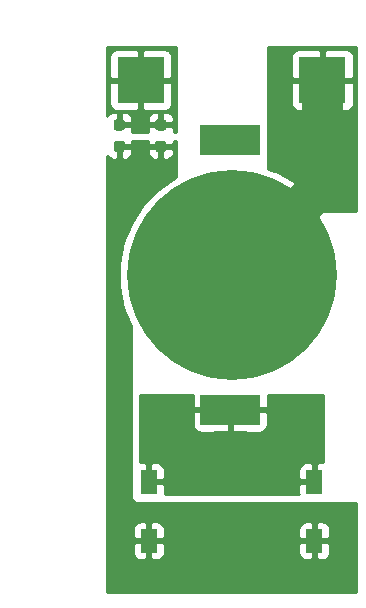
<source format=gbr>
%TF.GenerationSoftware,KiCad,Pcbnew,5.1.8*%
%TF.CreationDate,2020-11-14T09:21:32-05:00*%
%TF.ProjectId,card_lights,63617264-5f6c-4696-9768-74732e6b6963,rev?*%
%TF.SameCoordinates,PX7d80e80PY4491b60*%
%TF.FileFunction,Copper,L1,Top*%
%TF.FilePolarity,Positive*%
%FSLAX46Y46*%
G04 Gerber Fmt 4.6, Leading zero omitted, Abs format (unit mm)*
G04 Created by KiCad (PCBNEW 5.1.8) date 2020-11-14 09:21:32*
%MOMM*%
%LPD*%
G01*
G04 APERTURE LIST*
%TA.AperFunction,SMDPad,CuDef*%
%ADD10R,5.080000X2.540000*%
%TD*%
%TA.AperFunction,SMDPad,CuDef*%
%ADD11C,17.780001*%
%TD*%
%TA.AperFunction,SMDPad,CuDef*%
%ADD12R,1.400000X2.000000*%
%TD*%
%TA.AperFunction,SMDPad,CuDef*%
%ADD13R,4.000000X4.000000*%
%TD*%
%TA.AperFunction,Conductor*%
%ADD14C,3.500000*%
%TD*%
%TA.AperFunction,Conductor*%
%ADD15C,1.000000*%
%TD*%
%TA.AperFunction,Conductor*%
%ADD16C,0.254000*%
%TD*%
%TA.AperFunction,Conductor*%
%ADD17C,0.100000*%
%TD*%
G04 APERTURE END LIST*
D10*
%TO.P,BT1,1*%
%TO.N,Net-(BT1-Pad1)*%
X-12327000Y-32430000D03*
%TO.P,BT1,3*%
%TO.N,N/C*%
X-12327000Y-9570000D03*
D11*
%TO.P,BT1,2*%
%TO.N,GND*%
X-12200000Y-21000000D03*
%TD*%
%TO.P,R1,1*%
%TO.N,Net-(R1-Pad1)*%
%TA.AperFunction,SMDPad,CuDef*%
G36*
G01*
X-18437500Y-7800000D02*
X-17962500Y-7800000D01*
G75*
G02*
X-17725000Y-8037500I0J-237500D01*
G01*
X-17725000Y-8537500D01*
G75*
G02*
X-17962500Y-8775000I-237500J0D01*
G01*
X-18437500Y-8775000D01*
G75*
G02*
X-18675000Y-8537500I0J237500D01*
G01*
X-18675000Y-8037500D01*
G75*
G02*
X-18437500Y-7800000I237500J0D01*
G01*
G37*
%TD.AperFunction*%
%TO.P,R1,2*%
%TO.N,Net-(R1-Pad2)*%
%TA.AperFunction,SMDPad,CuDef*%
G36*
G01*
X-18437500Y-9625000D02*
X-17962500Y-9625000D01*
G75*
G02*
X-17725000Y-9862500I0J-237500D01*
G01*
X-17725000Y-10362500D01*
G75*
G02*
X-17962500Y-10600000I-237500J0D01*
G01*
X-18437500Y-10600000D01*
G75*
G02*
X-18675000Y-10362500I0J237500D01*
G01*
X-18675000Y-9862500D01*
G75*
G02*
X-18437500Y-9625000I237500J0D01*
G01*
G37*
%TD.AperFunction*%
%TD*%
%TO.P,R2,2*%
%TO.N,Net-(R1-Pad2)*%
%TA.AperFunction,SMDPad,CuDef*%
G36*
G01*
X-21937500Y-9625000D02*
X-21462500Y-9625000D01*
G75*
G02*
X-21225000Y-9862500I0J-237500D01*
G01*
X-21225000Y-10362500D01*
G75*
G02*
X-21462500Y-10600000I-237500J0D01*
G01*
X-21937500Y-10600000D01*
G75*
G02*
X-22175000Y-10362500I0J237500D01*
G01*
X-22175000Y-9862500D01*
G75*
G02*
X-21937500Y-9625000I237500J0D01*
G01*
G37*
%TD.AperFunction*%
%TO.P,R2,1*%
%TO.N,Net-(R1-Pad1)*%
%TA.AperFunction,SMDPad,CuDef*%
G36*
G01*
X-21937500Y-7800000D02*
X-21462500Y-7800000D01*
G75*
G02*
X-21225000Y-8037500I0J-237500D01*
G01*
X-21225000Y-8537500D01*
G75*
G02*
X-21462500Y-8775000I-237500J0D01*
G01*
X-21937500Y-8775000D01*
G75*
G02*
X-22175000Y-8537500I0J237500D01*
G01*
X-22175000Y-8037500D01*
G75*
G02*
X-21937500Y-7800000I237500J0D01*
G01*
G37*
%TD.AperFunction*%
%TD*%
D12*
%TO.P,SW1,1*%
%TO.N,Net-(BT1-Pad1)*%
X-19200000Y-38500000D03*
X-5200000Y-38500000D03*
%TO.P,SW1,2*%
%TO.N,Net-(R1-Pad2)*%
X-5200000Y-43500000D03*
X-19200000Y-43500000D03*
%TD*%
D13*
%TO.P,TP1,1*%
%TO.N,Net-(R1-Pad1)*%
X-19900000Y-4500000D03*
%TD*%
%TO.P,TP2,1*%
%TO.N,GND*%
X-4500000Y-4500000D03*
%TD*%
D14*
%TO.N,GND*%
X-4500000Y-13300000D02*
X-12200000Y-21000000D01*
X-4500000Y-4500000D02*
X-4500000Y-13300000D01*
D15*
%TO.N,Net-(R1-Pad1)*%
X-19600000Y-4200000D02*
X-19900000Y-4500000D01*
%TD*%
D16*
%TO.N,Net-(BT1-Pad1)*%
X-15505072Y-31160000D02*
X-15502000Y-32144250D01*
X-15343250Y-32303000D01*
X-12454000Y-32303000D01*
X-12454000Y-32283000D01*
X-12200000Y-32283000D01*
X-12200000Y-32303000D01*
X-9310750Y-32303000D01*
X-9152000Y-32144250D01*
X-9148928Y-31160000D01*
X-9152178Y-31127000D01*
X-4427000Y-31127000D01*
X-4427000Y-36869118D01*
X-4500000Y-36861928D01*
X-4914250Y-36865000D01*
X-5073000Y-37023750D01*
X-5073000Y-38373000D01*
X-5053000Y-38373000D01*
X-5053000Y-38627000D01*
X-5073000Y-38627000D01*
X-5073000Y-38647000D01*
X-5327000Y-38647000D01*
X-5327000Y-38627000D01*
X-6376250Y-38627000D01*
X-6535000Y-38785750D01*
X-6538072Y-39500000D01*
X-6530882Y-39573000D01*
X-17869118Y-39573000D01*
X-17861928Y-39500000D01*
X-17865000Y-38785750D01*
X-18023750Y-38627000D01*
X-19073000Y-38627000D01*
X-19073000Y-38647000D01*
X-19327000Y-38647000D01*
X-19327000Y-38627000D01*
X-19347000Y-38627000D01*
X-19347000Y-38373000D01*
X-19327000Y-38373000D01*
X-19327000Y-37023750D01*
X-19073000Y-37023750D01*
X-19073000Y-38373000D01*
X-18023750Y-38373000D01*
X-17865000Y-38214250D01*
X-17861928Y-37500000D01*
X-6538072Y-37500000D01*
X-6535000Y-38214250D01*
X-6376250Y-38373000D01*
X-5327000Y-38373000D01*
X-5327000Y-37023750D01*
X-5485750Y-36865000D01*
X-5900000Y-36861928D01*
X-6024482Y-36874188D01*
X-6144180Y-36910498D01*
X-6254494Y-36969463D01*
X-6351185Y-37048815D01*
X-6430537Y-37145506D01*
X-6489502Y-37255820D01*
X-6525812Y-37375518D01*
X-6538072Y-37500000D01*
X-17861928Y-37500000D01*
X-17874188Y-37375518D01*
X-17910498Y-37255820D01*
X-17969463Y-37145506D01*
X-18048815Y-37048815D01*
X-18145506Y-36969463D01*
X-18255820Y-36910498D01*
X-18375518Y-36874188D01*
X-18500000Y-36861928D01*
X-18914250Y-36865000D01*
X-19073000Y-37023750D01*
X-19327000Y-37023750D01*
X-19485750Y-36865000D01*
X-19900000Y-36861928D01*
X-19973000Y-36869118D01*
X-19973000Y-33700000D01*
X-15505072Y-33700000D01*
X-15492812Y-33824482D01*
X-15456502Y-33944180D01*
X-15397537Y-34054494D01*
X-15318185Y-34151185D01*
X-15221494Y-34230537D01*
X-15111180Y-34289502D01*
X-14991482Y-34325812D01*
X-14867000Y-34338072D01*
X-12612750Y-34335000D01*
X-12454000Y-34176250D01*
X-12454000Y-32557000D01*
X-12200000Y-32557000D01*
X-12200000Y-34176250D01*
X-12041250Y-34335000D01*
X-9787000Y-34338072D01*
X-9662518Y-34325812D01*
X-9542820Y-34289502D01*
X-9432506Y-34230537D01*
X-9335815Y-34151185D01*
X-9256463Y-34054494D01*
X-9197498Y-33944180D01*
X-9161188Y-33824482D01*
X-9148928Y-33700000D01*
X-9152000Y-32715750D01*
X-9310750Y-32557000D01*
X-12200000Y-32557000D01*
X-12454000Y-32557000D01*
X-15343250Y-32557000D01*
X-15502000Y-32715750D01*
X-15505072Y-33700000D01*
X-19973000Y-33700000D01*
X-19973000Y-31127000D01*
X-15501822Y-31127000D01*
X-15505072Y-31160000D01*
%TA.AperFunction,Conductor*%
D17*
G36*
X-15505072Y-31160000D02*
G01*
X-15502000Y-32144250D01*
X-15343250Y-32303000D01*
X-12454000Y-32303000D01*
X-12454000Y-32283000D01*
X-12200000Y-32283000D01*
X-12200000Y-32303000D01*
X-9310750Y-32303000D01*
X-9152000Y-32144250D01*
X-9148928Y-31160000D01*
X-9152178Y-31127000D01*
X-4427000Y-31127000D01*
X-4427000Y-36869118D01*
X-4500000Y-36861928D01*
X-4914250Y-36865000D01*
X-5073000Y-37023750D01*
X-5073000Y-38373000D01*
X-5053000Y-38373000D01*
X-5053000Y-38627000D01*
X-5073000Y-38627000D01*
X-5073000Y-38647000D01*
X-5327000Y-38647000D01*
X-5327000Y-38627000D01*
X-6376250Y-38627000D01*
X-6535000Y-38785750D01*
X-6538072Y-39500000D01*
X-6530882Y-39573000D01*
X-17869118Y-39573000D01*
X-17861928Y-39500000D01*
X-17865000Y-38785750D01*
X-18023750Y-38627000D01*
X-19073000Y-38627000D01*
X-19073000Y-38647000D01*
X-19327000Y-38647000D01*
X-19327000Y-38627000D01*
X-19347000Y-38627000D01*
X-19347000Y-38373000D01*
X-19327000Y-38373000D01*
X-19327000Y-37023750D01*
X-19073000Y-37023750D01*
X-19073000Y-38373000D01*
X-18023750Y-38373000D01*
X-17865000Y-38214250D01*
X-17861928Y-37500000D01*
X-6538072Y-37500000D01*
X-6535000Y-38214250D01*
X-6376250Y-38373000D01*
X-5327000Y-38373000D01*
X-5327000Y-37023750D01*
X-5485750Y-36865000D01*
X-5900000Y-36861928D01*
X-6024482Y-36874188D01*
X-6144180Y-36910498D01*
X-6254494Y-36969463D01*
X-6351185Y-37048815D01*
X-6430537Y-37145506D01*
X-6489502Y-37255820D01*
X-6525812Y-37375518D01*
X-6538072Y-37500000D01*
X-17861928Y-37500000D01*
X-17874188Y-37375518D01*
X-17910498Y-37255820D01*
X-17969463Y-37145506D01*
X-18048815Y-37048815D01*
X-18145506Y-36969463D01*
X-18255820Y-36910498D01*
X-18375518Y-36874188D01*
X-18500000Y-36861928D01*
X-18914250Y-36865000D01*
X-19073000Y-37023750D01*
X-19327000Y-37023750D01*
X-19485750Y-36865000D01*
X-19900000Y-36861928D01*
X-19973000Y-36869118D01*
X-19973000Y-33700000D01*
X-15505072Y-33700000D01*
X-15492812Y-33824482D01*
X-15456502Y-33944180D01*
X-15397537Y-34054494D01*
X-15318185Y-34151185D01*
X-15221494Y-34230537D01*
X-15111180Y-34289502D01*
X-14991482Y-34325812D01*
X-14867000Y-34338072D01*
X-12612750Y-34335000D01*
X-12454000Y-34176250D01*
X-12454000Y-32557000D01*
X-12200000Y-32557000D01*
X-12200000Y-34176250D01*
X-12041250Y-34335000D01*
X-9787000Y-34338072D01*
X-9662518Y-34325812D01*
X-9542820Y-34289502D01*
X-9432506Y-34230537D01*
X-9335815Y-34151185D01*
X-9256463Y-34054494D01*
X-9197498Y-33944180D01*
X-9161188Y-33824482D01*
X-9148928Y-33700000D01*
X-9152000Y-32715750D01*
X-9310750Y-32557000D01*
X-12200000Y-32557000D01*
X-12454000Y-32557000D01*
X-15343250Y-32557000D01*
X-15502000Y-32715750D01*
X-15505072Y-33700000D01*
X-19973000Y-33700000D01*
X-19973000Y-31127000D01*
X-15501822Y-31127000D01*
X-15505072Y-31160000D01*
G37*
%TD.AperFunction*%
%TD*%
D16*
%TO.N,Net-(R1-Pad1)*%
X-16927000Y-8873000D02*
X-17096580Y-8873000D01*
X-17086928Y-8775000D01*
X-17090000Y-8573250D01*
X-17248750Y-8414500D01*
X-18073000Y-8414500D01*
X-18073000Y-8434500D01*
X-18327000Y-8434500D01*
X-18327000Y-8414500D01*
X-19151250Y-8414500D01*
X-19310000Y-8573250D01*
X-19313072Y-8775000D01*
X-19303420Y-8873000D01*
X-20596580Y-8873000D01*
X-20586928Y-8775000D01*
X-20590000Y-8573250D01*
X-20748750Y-8414500D01*
X-21573000Y-8414500D01*
X-21573000Y-8434500D01*
X-21827000Y-8434500D01*
X-21827000Y-8414500D01*
X-21847000Y-8414500D01*
X-21847000Y-8160500D01*
X-21827000Y-8160500D01*
X-21827000Y-7323750D01*
X-21573000Y-7323750D01*
X-21573000Y-8160500D01*
X-20748750Y-8160500D01*
X-20590000Y-8001750D01*
X-20586928Y-7800000D01*
X-19313072Y-7800000D01*
X-19310000Y-8001750D01*
X-19151250Y-8160500D01*
X-18327000Y-8160500D01*
X-18327000Y-7323750D01*
X-18073000Y-7323750D01*
X-18073000Y-8160500D01*
X-17248750Y-8160500D01*
X-17090000Y-8001750D01*
X-17086928Y-7800000D01*
X-17099188Y-7675518D01*
X-17135498Y-7555820D01*
X-17194463Y-7445506D01*
X-17273815Y-7348815D01*
X-17370506Y-7269463D01*
X-17480820Y-7210498D01*
X-17600518Y-7174188D01*
X-17725000Y-7161928D01*
X-17914250Y-7165000D01*
X-18073000Y-7323750D01*
X-18327000Y-7323750D01*
X-18485750Y-7165000D01*
X-18675000Y-7161928D01*
X-18799482Y-7174188D01*
X-18919180Y-7210498D01*
X-19029494Y-7269463D01*
X-19126185Y-7348815D01*
X-19205537Y-7445506D01*
X-19264502Y-7555820D01*
X-19300812Y-7675518D01*
X-19313072Y-7800000D01*
X-20586928Y-7800000D01*
X-20599188Y-7675518D01*
X-20635498Y-7555820D01*
X-20694463Y-7445506D01*
X-20773815Y-7348815D01*
X-20870506Y-7269463D01*
X-20980820Y-7210498D01*
X-21100518Y-7174188D01*
X-21225000Y-7161928D01*
X-21414250Y-7165000D01*
X-21573000Y-7323750D01*
X-21827000Y-7323750D01*
X-21985750Y-7165000D01*
X-22175000Y-7161928D01*
X-22299482Y-7174188D01*
X-22419180Y-7210498D01*
X-22529494Y-7269463D01*
X-22626185Y-7348815D01*
X-22705537Y-7445506D01*
X-22740000Y-7509981D01*
X-22740000Y-6500000D01*
X-22538072Y-6500000D01*
X-22525812Y-6624482D01*
X-22489502Y-6744180D01*
X-22430537Y-6854494D01*
X-22351185Y-6951185D01*
X-22254494Y-7030537D01*
X-22144180Y-7089502D01*
X-22024482Y-7125812D01*
X-21900000Y-7138072D01*
X-20185750Y-7135000D01*
X-20027000Y-6976250D01*
X-20027000Y-4627000D01*
X-19773000Y-4627000D01*
X-19773000Y-6976250D01*
X-19614250Y-7135000D01*
X-17900000Y-7138072D01*
X-17775518Y-7125812D01*
X-17655820Y-7089502D01*
X-17545506Y-7030537D01*
X-17448815Y-6951185D01*
X-17369463Y-6854494D01*
X-17310498Y-6744180D01*
X-17274188Y-6624482D01*
X-17261928Y-6500000D01*
X-17265000Y-4785750D01*
X-17423750Y-4627000D01*
X-19773000Y-4627000D01*
X-20027000Y-4627000D01*
X-22376250Y-4627000D01*
X-22535000Y-4785750D01*
X-22538072Y-6500000D01*
X-22740000Y-6500000D01*
X-22740000Y-2500000D01*
X-22538072Y-2500000D01*
X-22535000Y-4214250D01*
X-22376250Y-4373000D01*
X-20027000Y-4373000D01*
X-20027000Y-2023750D01*
X-19773000Y-2023750D01*
X-19773000Y-4373000D01*
X-17423750Y-4373000D01*
X-17265000Y-4214250D01*
X-17261928Y-2500000D01*
X-17274188Y-2375518D01*
X-17310498Y-2255820D01*
X-17369463Y-2145506D01*
X-17448815Y-2048815D01*
X-17545506Y-1969463D01*
X-17655820Y-1910498D01*
X-17775518Y-1874188D01*
X-17900000Y-1861928D01*
X-19614250Y-1865000D01*
X-19773000Y-2023750D01*
X-20027000Y-2023750D01*
X-20185750Y-1865000D01*
X-21900000Y-1861928D01*
X-22024482Y-1874188D01*
X-22144180Y-1910498D01*
X-22254494Y-1969463D01*
X-22351185Y-2048815D01*
X-22430537Y-2145506D01*
X-22489502Y-2255820D01*
X-22525812Y-2375518D01*
X-22538072Y-2500000D01*
X-22740000Y-2500000D01*
X-22740000Y-1660000D01*
X-16927000Y-1660000D01*
X-16927000Y-8873000D01*
%TA.AperFunction,Conductor*%
D17*
G36*
X-16927000Y-8873000D02*
G01*
X-17096580Y-8873000D01*
X-17086928Y-8775000D01*
X-17090000Y-8573250D01*
X-17248750Y-8414500D01*
X-18073000Y-8414500D01*
X-18073000Y-8434500D01*
X-18327000Y-8434500D01*
X-18327000Y-8414500D01*
X-19151250Y-8414500D01*
X-19310000Y-8573250D01*
X-19313072Y-8775000D01*
X-19303420Y-8873000D01*
X-20596580Y-8873000D01*
X-20586928Y-8775000D01*
X-20590000Y-8573250D01*
X-20748750Y-8414500D01*
X-21573000Y-8414500D01*
X-21573000Y-8434500D01*
X-21827000Y-8434500D01*
X-21827000Y-8414500D01*
X-21847000Y-8414500D01*
X-21847000Y-8160500D01*
X-21827000Y-8160500D01*
X-21827000Y-7323750D01*
X-21573000Y-7323750D01*
X-21573000Y-8160500D01*
X-20748750Y-8160500D01*
X-20590000Y-8001750D01*
X-20586928Y-7800000D01*
X-19313072Y-7800000D01*
X-19310000Y-8001750D01*
X-19151250Y-8160500D01*
X-18327000Y-8160500D01*
X-18327000Y-7323750D01*
X-18073000Y-7323750D01*
X-18073000Y-8160500D01*
X-17248750Y-8160500D01*
X-17090000Y-8001750D01*
X-17086928Y-7800000D01*
X-17099188Y-7675518D01*
X-17135498Y-7555820D01*
X-17194463Y-7445506D01*
X-17273815Y-7348815D01*
X-17370506Y-7269463D01*
X-17480820Y-7210498D01*
X-17600518Y-7174188D01*
X-17725000Y-7161928D01*
X-17914250Y-7165000D01*
X-18073000Y-7323750D01*
X-18327000Y-7323750D01*
X-18485750Y-7165000D01*
X-18675000Y-7161928D01*
X-18799482Y-7174188D01*
X-18919180Y-7210498D01*
X-19029494Y-7269463D01*
X-19126185Y-7348815D01*
X-19205537Y-7445506D01*
X-19264502Y-7555820D01*
X-19300812Y-7675518D01*
X-19313072Y-7800000D01*
X-20586928Y-7800000D01*
X-20599188Y-7675518D01*
X-20635498Y-7555820D01*
X-20694463Y-7445506D01*
X-20773815Y-7348815D01*
X-20870506Y-7269463D01*
X-20980820Y-7210498D01*
X-21100518Y-7174188D01*
X-21225000Y-7161928D01*
X-21414250Y-7165000D01*
X-21573000Y-7323750D01*
X-21827000Y-7323750D01*
X-21985750Y-7165000D01*
X-22175000Y-7161928D01*
X-22299482Y-7174188D01*
X-22419180Y-7210498D01*
X-22529494Y-7269463D01*
X-22626185Y-7348815D01*
X-22705537Y-7445506D01*
X-22740000Y-7509981D01*
X-22740000Y-6500000D01*
X-22538072Y-6500000D01*
X-22525812Y-6624482D01*
X-22489502Y-6744180D01*
X-22430537Y-6854494D01*
X-22351185Y-6951185D01*
X-22254494Y-7030537D01*
X-22144180Y-7089502D01*
X-22024482Y-7125812D01*
X-21900000Y-7138072D01*
X-20185750Y-7135000D01*
X-20027000Y-6976250D01*
X-20027000Y-4627000D01*
X-19773000Y-4627000D01*
X-19773000Y-6976250D01*
X-19614250Y-7135000D01*
X-17900000Y-7138072D01*
X-17775518Y-7125812D01*
X-17655820Y-7089502D01*
X-17545506Y-7030537D01*
X-17448815Y-6951185D01*
X-17369463Y-6854494D01*
X-17310498Y-6744180D01*
X-17274188Y-6624482D01*
X-17261928Y-6500000D01*
X-17265000Y-4785750D01*
X-17423750Y-4627000D01*
X-19773000Y-4627000D01*
X-20027000Y-4627000D01*
X-22376250Y-4627000D01*
X-22535000Y-4785750D01*
X-22538072Y-6500000D01*
X-22740000Y-6500000D01*
X-22740000Y-2500000D01*
X-22538072Y-2500000D01*
X-22535000Y-4214250D01*
X-22376250Y-4373000D01*
X-20027000Y-4373000D01*
X-20027000Y-2023750D01*
X-19773000Y-2023750D01*
X-19773000Y-4373000D01*
X-17423750Y-4373000D01*
X-17265000Y-4214250D01*
X-17261928Y-2500000D01*
X-17274188Y-2375518D01*
X-17310498Y-2255820D01*
X-17369463Y-2145506D01*
X-17448815Y-2048815D01*
X-17545506Y-1969463D01*
X-17655820Y-1910498D01*
X-17775518Y-1874188D01*
X-17900000Y-1861928D01*
X-19614250Y-1865000D01*
X-19773000Y-2023750D01*
X-20027000Y-2023750D01*
X-20185750Y-1865000D01*
X-21900000Y-1861928D01*
X-22024482Y-1874188D01*
X-22144180Y-1910498D01*
X-22254494Y-1969463D01*
X-22351185Y-2048815D01*
X-22430537Y-2145506D01*
X-22489502Y-2255820D01*
X-22525812Y-2375518D01*
X-22538072Y-2500000D01*
X-22740000Y-2500000D01*
X-22740000Y-1660000D01*
X-16927000Y-1660000D01*
X-16927000Y-8873000D01*
G37*
%TD.AperFunction*%
%TD*%
D16*
%TO.N,Net-(R1-Pad2)*%
X-19310000Y-9826750D02*
X-19151250Y-9985500D01*
X-18327000Y-9985500D01*
X-18327000Y-9965500D01*
X-18073000Y-9965500D01*
X-18073000Y-9985500D01*
X-17248750Y-9985500D01*
X-17090000Y-9826750D01*
X-17087080Y-9635000D01*
X-16927000Y-9635000D01*
X-16927000Y-12702861D01*
X-18271833Y-13601450D01*
X-19598550Y-14928167D01*
X-20640945Y-16488221D01*
X-21358959Y-18221660D01*
X-21725000Y-20061869D01*
X-21725000Y-21938131D01*
X-21358959Y-23778340D01*
X-20727000Y-25304024D01*
X-20727000Y-30900000D01*
X-20726012Y-30908737D01*
X-20735000Y-31000000D01*
X-20735000Y-39700000D01*
X-20722799Y-39823882D01*
X-20686664Y-39943004D01*
X-20627983Y-40052787D01*
X-20549013Y-40149013D01*
X-20452787Y-40227983D01*
X-20343004Y-40286664D01*
X-20223882Y-40322799D01*
X-20100000Y-40335000D01*
X-4300000Y-40335000D01*
X-4176118Y-40322799D01*
X-4152040Y-40315495D01*
X-4148601Y-40317333D01*
X-4124776Y-40324560D01*
X-4100000Y-40327000D01*
X-1659999Y-40327000D01*
X-1659999Y-47840000D01*
X-22740000Y-47840000D01*
X-22740000Y-44500000D01*
X-20538072Y-44500000D01*
X-20525812Y-44624482D01*
X-20489502Y-44744180D01*
X-20430537Y-44854494D01*
X-20351185Y-44951185D01*
X-20254494Y-45030537D01*
X-20144180Y-45089502D01*
X-20024482Y-45125812D01*
X-19900000Y-45138072D01*
X-19485750Y-45135000D01*
X-19327000Y-44976250D01*
X-19327000Y-43627000D01*
X-19073000Y-43627000D01*
X-19073000Y-44976250D01*
X-18914250Y-45135000D01*
X-18500000Y-45138072D01*
X-18375518Y-45125812D01*
X-18255820Y-45089502D01*
X-18145506Y-45030537D01*
X-18048815Y-44951185D01*
X-17969463Y-44854494D01*
X-17910498Y-44744180D01*
X-17874188Y-44624482D01*
X-17861928Y-44500000D01*
X-6538072Y-44500000D01*
X-6525812Y-44624482D01*
X-6489502Y-44744180D01*
X-6430537Y-44854494D01*
X-6351185Y-44951185D01*
X-6254494Y-45030537D01*
X-6144180Y-45089502D01*
X-6024482Y-45125812D01*
X-5900000Y-45138072D01*
X-5485750Y-45135000D01*
X-5327000Y-44976250D01*
X-5327000Y-43627000D01*
X-5073000Y-43627000D01*
X-5073000Y-44976250D01*
X-4914250Y-45135000D01*
X-4500000Y-45138072D01*
X-4375518Y-45125812D01*
X-4255820Y-45089502D01*
X-4145506Y-45030537D01*
X-4048815Y-44951185D01*
X-3969463Y-44854494D01*
X-3910498Y-44744180D01*
X-3874188Y-44624482D01*
X-3861928Y-44500000D01*
X-3865000Y-43785750D01*
X-4023750Y-43627000D01*
X-5073000Y-43627000D01*
X-5327000Y-43627000D01*
X-6376250Y-43627000D01*
X-6535000Y-43785750D01*
X-6538072Y-44500000D01*
X-17861928Y-44500000D01*
X-17865000Y-43785750D01*
X-18023750Y-43627000D01*
X-19073000Y-43627000D01*
X-19327000Y-43627000D01*
X-20376250Y-43627000D01*
X-20535000Y-43785750D01*
X-20538072Y-44500000D01*
X-22740000Y-44500000D01*
X-22740000Y-42500000D01*
X-20538072Y-42500000D01*
X-20535000Y-43214250D01*
X-20376250Y-43373000D01*
X-19327000Y-43373000D01*
X-19327000Y-42023750D01*
X-19073000Y-42023750D01*
X-19073000Y-43373000D01*
X-18023750Y-43373000D01*
X-17865000Y-43214250D01*
X-17861928Y-42500000D01*
X-6538072Y-42500000D01*
X-6535000Y-43214250D01*
X-6376250Y-43373000D01*
X-5327000Y-43373000D01*
X-5327000Y-42023750D01*
X-5073000Y-42023750D01*
X-5073000Y-43373000D01*
X-4023750Y-43373000D01*
X-3865000Y-43214250D01*
X-3861928Y-42500000D01*
X-3874188Y-42375518D01*
X-3910498Y-42255820D01*
X-3969463Y-42145506D01*
X-4048815Y-42048815D01*
X-4145506Y-41969463D01*
X-4255820Y-41910498D01*
X-4375518Y-41874188D01*
X-4500000Y-41861928D01*
X-4914250Y-41865000D01*
X-5073000Y-42023750D01*
X-5327000Y-42023750D01*
X-5485750Y-41865000D01*
X-5900000Y-41861928D01*
X-6024482Y-41874188D01*
X-6144180Y-41910498D01*
X-6254494Y-41969463D01*
X-6351185Y-42048815D01*
X-6430537Y-42145506D01*
X-6489502Y-42255820D01*
X-6525812Y-42375518D01*
X-6538072Y-42500000D01*
X-17861928Y-42500000D01*
X-17874188Y-42375518D01*
X-17910498Y-42255820D01*
X-17969463Y-42145506D01*
X-18048815Y-42048815D01*
X-18145506Y-41969463D01*
X-18255820Y-41910498D01*
X-18375518Y-41874188D01*
X-18500000Y-41861928D01*
X-18914250Y-41865000D01*
X-19073000Y-42023750D01*
X-19327000Y-42023750D01*
X-19485750Y-41865000D01*
X-19900000Y-41861928D01*
X-20024482Y-41874188D01*
X-20144180Y-41910498D01*
X-20254494Y-41969463D01*
X-20351185Y-42048815D01*
X-20430537Y-42145506D01*
X-20489502Y-42255820D01*
X-20525812Y-42375518D01*
X-20538072Y-42500000D01*
X-22740000Y-42500000D01*
X-22740000Y-10890019D01*
X-22705537Y-10954494D01*
X-22626185Y-11051185D01*
X-22529494Y-11130537D01*
X-22419180Y-11189502D01*
X-22299482Y-11225812D01*
X-22175000Y-11238072D01*
X-21985750Y-11235000D01*
X-21827000Y-11076250D01*
X-21827000Y-10239500D01*
X-21573000Y-10239500D01*
X-21573000Y-11076250D01*
X-21414250Y-11235000D01*
X-21225000Y-11238072D01*
X-21100518Y-11225812D01*
X-20980820Y-11189502D01*
X-20870506Y-11130537D01*
X-20773815Y-11051185D01*
X-20694463Y-10954494D01*
X-20635498Y-10844180D01*
X-20599188Y-10724482D01*
X-20586928Y-10600000D01*
X-19313072Y-10600000D01*
X-19300812Y-10724482D01*
X-19264502Y-10844180D01*
X-19205537Y-10954494D01*
X-19126185Y-11051185D01*
X-19029494Y-11130537D01*
X-18919180Y-11189502D01*
X-18799482Y-11225812D01*
X-18675000Y-11238072D01*
X-18485750Y-11235000D01*
X-18327000Y-11076250D01*
X-18327000Y-10239500D01*
X-18073000Y-10239500D01*
X-18073000Y-11076250D01*
X-17914250Y-11235000D01*
X-17725000Y-11238072D01*
X-17600518Y-11225812D01*
X-17480820Y-11189502D01*
X-17370506Y-11130537D01*
X-17273815Y-11051185D01*
X-17194463Y-10954494D01*
X-17135498Y-10844180D01*
X-17099188Y-10724482D01*
X-17086928Y-10600000D01*
X-17090000Y-10398250D01*
X-17248750Y-10239500D01*
X-18073000Y-10239500D01*
X-18327000Y-10239500D01*
X-19151250Y-10239500D01*
X-19310000Y-10398250D01*
X-19313072Y-10600000D01*
X-20586928Y-10600000D01*
X-20590000Y-10398250D01*
X-20748750Y-10239500D01*
X-21573000Y-10239500D01*
X-21827000Y-10239500D01*
X-21847000Y-10239500D01*
X-21847000Y-9985500D01*
X-21827000Y-9985500D01*
X-21827000Y-9965500D01*
X-21573000Y-9965500D01*
X-21573000Y-9985500D01*
X-20748750Y-9985500D01*
X-20590000Y-9826750D01*
X-20587080Y-9635000D01*
X-19312920Y-9635000D01*
X-19310000Y-9826750D01*
%TA.AperFunction,Conductor*%
D17*
G36*
X-19310000Y-9826750D02*
G01*
X-19151250Y-9985500D01*
X-18327000Y-9985500D01*
X-18327000Y-9965500D01*
X-18073000Y-9965500D01*
X-18073000Y-9985500D01*
X-17248750Y-9985500D01*
X-17090000Y-9826750D01*
X-17087080Y-9635000D01*
X-16927000Y-9635000D01*
X-16927000Y-12702861D01*
X-18271833Y-13601450D01*
X-19598550Y-14928167D01*
X-20640945Y-16488221D01*
X-21358959Y-18221660D01*
X-21725000Y-20061869D01*
X-21725000Y-21938131D01*
X-21358959Y-23778340D01*
X-20727000Y-25304024D01*
X-20727000Y-30900000D01*
X-20726012Y-30908737D01*
X-20735000Y-31000000D01*
X-20735000Y-39700000D01*
X-20722799Y-39823882D01*
X-20686664Y-39943004D01*
X-20627983Y-40052787D01*
X-20549013Y-40149013D01*
X-20452787Y-40227983D01*
X-20343004Y-40286664D01*
X-20223882Y-40322799D01*
X-20100000Y-40335000D01*
X-4300000Y-40335000D01*
X-4176118Y-40322799D01*
X-4152040Y-40315495D01*
X-4148601Y-40317333D01*
X-4124776Y-40324560D01*
X-4100000Y-40327000D01*
X-1659999Y-40327000D01*
X-1659999Y-47840000D01*
X-22740000Y-47840000D01*
X-22740000Y-44500000D01*
X-20538072Y-44500000D01*
X-20525812Y-44624482D01*
X-20489502Y-44744180D01*
X-20430537Y-44854494D01*
X-20351185Y-44951185D01*
X-20254494Y-45030537D01*
X-20144180Y-45089502D01*
X-20024482Y-45125812D01*
X-19900000Y-45138072D01*
X-19485750Y-45135000D01*
X-19327000Y-44976250D01*
X-19327000Y-43627000D01*
X-19073000Y-43627000D01*
X-19073000Y-44976250D01*
X-18914250Y-45135000D01*
X-18500000Y-45138072D01*
X-18375518Y-45125812D01*
X-18255820Y-45089502D01*
X-18145506Y-45030537D01*
X-18048815Y-44951185D01*
X-17969463Y-44854494D01*
X-17910498Y-44744180D01*
X-17874188Y-44624482D01*
X-17861928Y-44500000D01*
X-6538072Y-44500000D01*
X-6525812Y-44624482D01*
X-6489502Y-44744180D01*
X-6430537Y-44854494D01*
X-6351185Y-44951185D01*
X-6254494Y-45030537D01*
X-6144180Y-45089502D01*
X-6024482Y-45125812D01*
X-5900000Y-45138072D01*
X-5485750Y-45135000D01*
X-5327000Y-44976250D01*
X-5327000Y-43627000D01*
X-5073000Y-43627000D01*
X-5073000Y-44976250D01*
X-4914250Y-45135000D01*
X-4500000Y-45138072D01*
X-4375518Y-45125812D01*
X-4255820Y-45089502D01*
X-4145506Y-45030537D01*
X-4048815Y-44951185D01*
X-3969463Y-44854494D01*
X-3910498Y-44744180D01*
X-3874188Y-44624482D01*
X-3861928Y-44500000D01*
X-3865000Y-43785750D01*
X-4023750Y-43627000D01*
X-5073000Y-43627000D01*
X-5327000Y-43627000D01*
X-6376250Y-43627000D01*
X-6535000Y-43785750D01*
X-6538072Y-44500000D01*
X-17861928Y-44500000D01*
X-17865000Y-43785750D01*
X-18023750Y-43627000D01*
X-19073000Y-43627000D01*
X-19327000Y-43627000D01*
X-20376250Y-43627000D01*
X-20535000Y-43785750D01*
X-20538072Y-44500000D01*
X-22740000Y-44500000D01*
X-22740000Y-42500000D01*
X-20538072Y-42500000D01*
X-20535000Y-43214250D01*
X-20376250Y-43373000D01*
X-19327000Y-43373000D01*
X-19327000Y-42023750D01*
X-19073000Y-42023750D01*
X-19073000Y-43373000D01*
X-18023750Y-43373000D01*
X-17865000Y-43214250D01*
X-17861928Y-42500000D01*
X-6538072Y-42500000D01*
X-6535000Y-43214250D01*
X-6376250Y-43373000D01*
X-5327000Y-43373000D01*
X-5327000Y-42023750D01*
X-5073000Y-42023750D01*
X-5073000Y-43373000D01*
X-4023750Y-43373000D01*
X-3865000Y-43214250D01*
X-3861928Y-42500000D01*
X-3874188Y-42375518D01*
X-3910498Y-42255820D01*
X-3969463Y-42145506D01*
X-4048815Y-42048815D01*
X-4145506Y-41969463D01*
X-4255820Y-41910498D01*
X-4375518Y-41874188D01*
X-4500000Y-41861928D01*
X-4914250Y-41865000D01*
X-5073000Y-42023750D01*
X-5327000Y-42023750D01*
X-5485750Y-41865000D01*
X-5900000Y-41861928D01*
X-6024482Y-41874188D01*
X-6144180Y-41910498D01*
X-6254494Y-41969463D01*
X-6351185Y-42048815D01*
X-6430537Y-42145506D01*
X-6489502Y-42255820D01*
X-6525812Y-42375518D01*
X-6538072Y-42500000D01*
X-17861928Y-42500000D01*
X-17874188Y-42375518D01*
X-17910498Y-42255820D01*
X-17969463Y-42145506D01*
X-18048815Y-42048815D01*
X-18145506Y-41969463D01*
X-18255820Y-41910498D01*
X-18375518Y-41874188D01*
X-18500000Y-41861928D01*
X-18914250Y-41865000D01*
X-19073000Y-42023750D01*
X-19327000Y-42023750D01*
X-19485750Y-41865000D01*
X-19900000Y-41861928D01*
X-20024482Y-41874188D01*
X-20144180Y-41910498D01*
X-20254494Y-41969463D01*
X-20351185Y-42048815D01*
X-20430537Y-42145506D01*
X-20489502Y-42255820D01*
X-20525812Y-42375518D01*
X-20538072Y-42500000D01*
X-22740000Y-42500000D01*
X-22740000Y-10890019D01*
X-22705537Y-10954494D01*
X-22626185Y-11051185D01*
X-22529494Y-11130537D01*
X-22419180Y-11189502D01*
X-22299482Y-11225812D01*
X-22175000Y-11238072D01*
X-21985750Y-11235000D01*
X-21827000Y-11076250D01*
X-21827000Y-10239500D01*
X-21573000Y-10239500D01*
X-21573000Y-11076250D01*
X-21414250Y-11235000D01*
X-21225000Y-11238072D01*
X-21100518Y-11225812D01*
X-20980820Y-11189502D01*
X-20870506Y-11130537D01*
X-20773815Y-11051185D01*
X-20694463Y-10954494D01*
X-20635498Y-10844180D01*
X-20599188Y-10724482D01*
X-20586928Y-10600000D01*
X-19313072Y-10600000D01*
X-19300812Y-10724482D01*
X-19264502Y-10844180D01*
X-19205537Y-10954494D01*
X-19126185Y-11051185D01*
X-19029494Y-11130537D01*
X-18919180Y-11189502D01*
X-18799482Y-11225812D01*
X-18675000Y-11238072D01*
X-18485750Y-11235000D01*
X-18327000Y-11076250D01*
X-18327000Y-10239500D01*
X-18073000Y-10239500D01*
X-18073000Y-11076250D01*
X-17914250Y-11235000D01*
X-17725000Y-11238072D01*
X-17600518Y-11225812D01*
X-17480820Y-11189502D01*
X-17370506Y-11130537D01*
X-17273815Y-11051185D01*
X-17194463Y-10954494D01*
X-17135498Y-10844180D01*
X-17099188Y-10724482D01*
X-17086928Y-10600000D01*
X-17090000Y-10398250D01*
X-17248750Y-10239500D01*
X-18073000Y-10239500D01*
X-18327000Y-10239500D01*
X-19151250Y-10239500D01*
X-19310000Y-10398250D01*
X-19313072Y-10600000D01*
X-20586928Y-10600000D01*
X-20590000Y-10398250D01*
X-20748750Y-10239500D01*
X-21573000Y-10239500D01*
X-21827000Y-10239500D01*
X-21847000Y-10239500D01*
X-21847000Y-9985500D01*
X-21827000Y-9985500D01*
X-21827000Y-9965500D01*
X-21573000Y-9965500D01*
X-21573000Y-9985500D01*
X-20748750Y-9985500D01*
X-20590000Y-9826750D01*
X-20587080Y-9635000D01*
X-19312920Y-9635000D01*
X-19310000Y-9826750D01*
G37*
%TD.AperFunction*%
%TD*%
D16*
%TO.N,GND*%
X-1660000Y-15573000D02*
X-4319049Y-15573000D01*
X-4382862Y-15477497D01*
X-5455276Y-14434881D01*
X-6593395Y-15573000D01*
X-6952605Y-15573000D01*
X-5634881Y-14255276D01*
X-6677497Y-13182862D01*
X-8308658Y-12255679D01*
X-9110060Y-11989636D01*
X-9094403Y-11970557D01*
X-9082667Y-11948601D01*
X-9075440Y-11924776D01*
X-9073000Y-11900000D01*
X-9073000Y-6500000D01*
X-7138072Y-6500000D01*
X-7125812Y-6624482D01*
X-7089502Y-6744180D01*
X-7030537Y-6854494D01*
X-6951185Y-6951185D01*
X-6854494Y-7030537D01*
X-6744180Y-7089502D01*
X-6624482Y-7125812D01*
X-6500000Y-7138072D01*
X-4785750Y-7135000D01*
X-4627000Y-6976250D01*
X-4627000Y-4627000D01*
X-4373000Y-4627000D01*
X-4373000Y-6976250D01*
X-4214250Y-7135000D01*
X-2500000Y-7138072D01*
X-2375518Y-7125812D01*
X-2255820Y-7089502D01*
X-2145506Y-7030537D01*
X-2048815Y-6951185D01*
X-1969463Y-6854494D01*
X-1910498Y-6744180D01*
X-1874188Y-6624482D01*
X-1861928Y-6500000D01*
X-1865000Y-4785750D01*
X-2023750Y-4627000D01*
X-4373000Y-4627000D01*
X-4627000Y-4627000D01*
X-6976250Y-4627000D01*
X-7135000Y-4785750D01*
X-7138072Y-6500000D01*
X-9073000Y-6500000D01*
X-9073000Y-2500000D01*
X-7138072Y-2500000D01*
X-7135000Y-4214250D01*
X-6976250Y-4373000D01*
X-4627000Y-4373000D01*
X-4627000Y-2023750D01*
X-4373000Y-2023750D01*
X-4373000Y-4373000D01*
X-2023750Y-4373000D01*
X-1865000Y-4214250D01*
X-1861928Y-2500000D01*
X-1874188Y-2375518D01*
X-1910498Y-2255820D01*
X-1969463Y-2145506D01*
X-2048815Y-2048815D01*
X-2145506Y-1969463D01*
X-2255820Y-1910498D01*
X-2375518Y-1874188D01*
X-2500000Y-1861928D01*
X-4214250Y-1865000D01*
X-4373000Y-2023750D01*
X-4627000Y-2023750D01*
X-4785750Y-1865000D01*
X-6500000Y-1861928D01*
X-6624482Y-1874188D01*
X-6744180Y-1910498D01*
X-6854494Y-1969463D01*
X-6951185Y-2048815D01*
X-7030537Y-2145506D01*
X-7089502Y-2255820D01*
X-7125812Y-2375518D01*
X-7138072Y-2500000D01*
X-9073000Y-2500000D01*
X-9073000Y-1660000D01*
X-1660000Y-1660000D01*
X-1660000Y-15573000D01*
%TA.AperFunction,Conductor*%
D17*
G36*
X-1660000Y-15573000D02*
G01*
X-4319049Y-15573000D01*
X-4382862Y-15477497D01*
X-5455276Y-14434881D01*
X-6593395Y-15573000D01*
X-6952605Y-15573000D01*
X-5634881Y-14255276D01*
X-6677497Y-13182862D01*
X-8308658Y-12255679D01*
X-9110060Y-11989636D01*
X-9094403Y-11970557D01*
X-9082667Y-11948601D01*
X-9075440Y-11924776D01*
X-9073000Y-11900000D01*
X-9073000Y-6500000D01*
X-7138072Y-6500000D01*
X-7125812Y-6624482D01*
X-7089502Y-6744180D01*
X-7030537Y-6854494D01*
X-6951185Y-6951185D01*
X-6854494Y-7030537D01*
X-6744180Y-7089502D01*
X-6624482Y-7125812D01*
X-6500000Y-7138072D01*
X-4785750Y-7135000D01*
X-4627000Y-6976250D01*
X-4627000Y-4627000D01*
X-4373000Y-4627000D01*
X-4373000Y-6976250D01*
X-4214250Y-7135000D01*
X-2500000Y-7138072D01*
X-2375518Y-7125812D01*
X-2255820Y-7089502D01*
X-2145506Y-7030537D01*
X-2048815Y-6951185D01*
X-1969463Y-6854494D01*
X-1910498Y-6744180D01*
X-1874188Y-6624482D01*
X-1861928Y-6500000D01*
X-1865000Y-4785750D01*
X-2023750Y-4627000D01*
X-4373000Y-4627000D01*
X-4627000Y-4627000D01*
X-6976250Y-4627000D01*
X-7135000Y-4785750D01*
X-7138072Y-6500000D01*
X-9073000Y-6500000D01*
X-9073000Y-2500000D01*
X-7138072Y-2500000D01*
X-7135000Y-4214250D01*
X-6976250Y-4373000D01*
X-4627000Y-4373000D01*
X-4627000Y-2023750D01*
X-4373000Y-2023750D01*
X-4373000Y-4373000D01*
X-2023750Y-4373000D01*
X-1865000Y-4214250D01*
X-1861928Y-2500000D01*
X-1874188Y-2375518D01*
X-1910498Y-2255820D01*
X-1969463Y-2145506D01*
X-2048815Y-2048815D01*
X-2145506Y-1969463D01*
X-2255820Y-1910498D01*
X-2375518Y-1874188D01*
X-2500000Y-1861928D01*
X-4214250Y-1865000D01*
X-4373000Y-2023750D01*
X-4627000Y-2023750D01*
X-4785750Y-1865000D01*
X-6500000Y-1861928D01*
X-6624482Y-1874188D01*
X-6744180Y-1910498D01*
X-6854494Y-1969463D01*
X-6951185Y-2048815D01*
X-7030537Y-2145506D01*
X-7089502Y-2255820D01*
X-7125812Y-2375518D01*
X-7138072Y-2500000D01*
X-9073000Y-2500000D01*
X-9073000Y-1660000D01*
X-1660000Y-1660000D01*
X-1660000Y-15573000D01*
G37*
%TD.AperFunction*%
%TD*%
M02*

</source>
